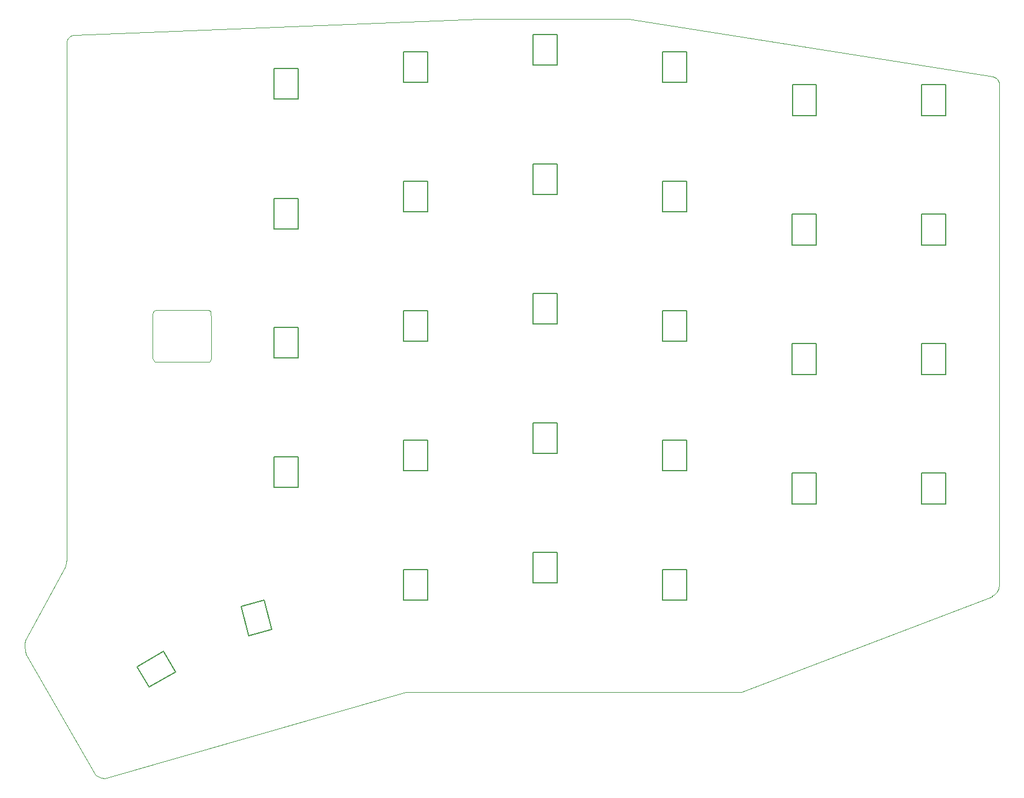
<source format=gm1>
G04 #@! TF.GenerationSoftware,KiCad,Pcbnew,8.99.0-3407-g6a48e2c35a*
G04 #@! TF.CreationDate,2025-03-01T14:59:17+00:00*
G04 #@! TF.ProjectId,DragonBoard,44726167-6f6e-4426-9f61-72642e6b6963,rev?*
G04 #@! TF.SameCoordinates,Original*
G04 #@! TF.FileFunction,Profile,NP*
%FSLAX46Y46*%
G04 Gerber Fmt 4.6, Leading zero omitted, Abs format (unit mm)*
G04 Created by KiCad (PCBNEW 8.99.0-3407-g6a48e2c35a) date 2025-03-01 14:59:17*
%MOMM*%
%LPD*%
G01*
G04 APERTURE LIST*
G04 #@! TA.AperFunction,Profile*
%ADD10C,0.100000*%
G04 #@! TD*
G04 #@! TA.AperFunction,Profile*
%ADD11C,0.150000*%
G04 #@! TD*
G04 APERTURE END LIST*
D10*
X89193680Y-37348815D02*
X89425853Y-37325405D01*
X88977436Y-37415945D02*
X89193680Y-37348815D01*
X88200000Y-115050000D02*
X88000000Y-115650000D01*
X82100000Y-126900000D02*
X82200000Y-126400000D01*
X88275257Y-114400000D02*
X88200000Y-115050000D01*
X88470590Y-37833327D02*
X88611259Y-37662831D01*
X88273857Y-38477435D02*
X88297257Y-38245261D01*
X88364377Y-38029014D02*
X88470590Y-37833327D01*
X82200000Y-126400000D02*
X88000000Y-115650000D01*
X88781752Y-37522160D02*
X88977436Y-37415945D01*
X88611259Y-37662831D02*
X88781752Y-37522160D01*
X88297257Y-38245261D02*
X88364377Y-38029014D01*
X225283881Y-43997807D02*
X225370281Y-44178672D01*
X92550000Y-146200000D02*
X82300000Y-128400000D01*
X170950000Y-35000000D02*
X224475441Y-43445146D01*
X225424381Y-44374571D02*
X225443181Y-44581902D01*
X225370281Y-44178672D02*
X225424381Y-44374571D01*
X224677111Y-43496776D02*
X224861871Y-43581466D01*
X224475441Y-43445146D02*
X224677111Y-43496776D01*
X92550000Y-146200000D02*
X92900000Y-146500000D01*
X138154128Y-134000000D02*
X187500000Y-134000000D01*
X82300000Y-128400000D02*
X82150000Y-127900000D01*
X82100000Y-127300000D02*
X82100000Y-126900000D01*
X93350000Y-146650000D02*
X93900000Y-146750000D01*
X82150000Y-127900000D02*
X82100000Y-127300000D01*
X92900000Y-146500000D02*
X93350000Y-146650000D01*
X224386395Y-119928646D02*
X187500000Y-134000000D01*
X225168321Y-43835582D02*
X225283881Y-43997807D01*
X224861871Y-43581466D02*
X225026621Y-43695600D01*
X149000000Y-35000000D02*
X170950000Y-35000000D01*
X225026621Y-43695600D02*
X225168321Y-43835582D01*
X138154128Y-134000000D02*
X93900000Y-146750000D01*
X225443181Y-44581902D02*
X225470181Y-118350000D01*
X109439120Y-78002640D02*
X109139120Y-77802640D01*
D11*
X122300000Y-103900000D02*
X118800000Y-103900000D01*
X214050000Y-49150000D02*
X214050000Y-44650000D01*
X160400000Y-117949999D02*
X156900000Y-117949999D01*
X175950000Y-63302640D02*
X175950000Y-58802640D01*
D10*
X109439120Y-85202640D02*
X109539120Y-84902640D01*
D11*
X175950000Y-120449999D02*
X175950000Y-115949999D01*
X122300000Y-80350000D02*
X122300000Y-84850000D01*
X175950000Y-115949999D02*
X179450000Y-115949999D01*
X179450000Y-63302640D02*
X175950000Y-63302640D01*
X122300000Y-61350000D02*
X122300000Y-65850000D01*
D10*
X225470181Y-118350000D02*
G75*
G02*
X224386374Y-119928595I-1750381J40400D01*
G01*
D11*
X117284523Y-120461140D02*
X118449209Y-124807806D01*
X175950000Y-82350000D02*
X175950000Y-77850000D01*
X137850000Y-77850000D02*
X141350000Y-77850000D01*
X195000000Y-87250000D02*
X195000000Y-82750000D01*
X160400003Y-41749999D02*
X156900003Y-41749999D01*
X195000000Y-82750000D02*
X198500000Y-82750000D01*
X175950000Y-96900000D02*
X179450000Y-96900000D01*
X156900000Y-60800000D02*
X156900000Y-56300000D01*
X156900003Y-41749999D02*
X156900003Y-37249999D01*
X118800000Y-84850000D02*
X118800000Y-80350000D01*
X217550000Y-49150000D02*
X214050000Y-49150000D01*
X175950000Y-77850000D02*
X179450000Y-77850000D01*
D10*
X101039120Y-78002640D02*
X100998835Y-78163780D01*
X109239120Y-85402640D02*
X109439120Y-85202640D01*
D11*
X198500000Y-63700000D02*
X198500000Y-68200000D01*
D10*
X101039120Y-85202640D02*
X101239120Y-85402640D01*
X88275257Y-114400000D02*
X88273857Y-38477435D01*
D11*
X141350000Y-101399999D02*
X137850000Y-101399999D01*
X160400000Y-75350000D02*
X160400000Y-79850000D01*
X195009491Y-44650000D02*
X198509491Y-44650000D01*
X137850004Y-44249999D02*
X137850004Y-39749999D01*
X122300000Y-84850000D02*
X118800000Y-84850000D01*
X179450000Y-101400000D02*
X175950000Y-101400000D01*
X195000000Y-63700000D02*
X198500000Y-63700000D01*
X137850000Y-101399999D02*
X137850000Y-96899999D01*
X217550000Y-101800000D02*
X217550000Y-106300000D01*
D10*
X109139120Y-77802640D02*
X101339120Y-77802640D01*
D11*
X175950000Y-101400000D02*
X175950000Y-96900000D01*
X115068469Y-125713673D02*
X113903783Y-121367006D01*
D10*
X100939120Y-78648851D02*
X100939120Y-84902640D01*
D11*
X156900000Y-79850000D02*
X156900000Y-75350000D01*
X214050000Y-87249999D02*
X214050000Y-82749999D01*
X100400786Y-133293184D02*
X98650788Y-130262095D01*
X122300000Y-65850000D02*
X118800000Y-65850000D01*
X137850000Y-115950000D02*
X141350000Y-115950000D01*
X118800000Y-46749996D02*
X118800000Y-42249996D01*
X198500000Y-101800000D02*
X198500000Y-106300000D01*
X217550000Y-106300000D02*
X214050000Y-106300000D01*
X141350000Y-77850000D02*
X141350000Y-82350000D01*
X214050000Y-63699999D02*
X217550000Y-63699999D01*
X198509491Y-49150000D02*
X195009491Y-49150000D01*
X160400000Y-113449999D02*
X160400000Y-117949999D01*
X104297901Y-131043184D02*
X100400786Y-133293184D01*
X122300000Y-42249996D02*
X122300000Y-46749996D01*
X141350000Y-58800000D02*
X141350000Y-63300000D01*
X137850000Y-58800000D02*
X141350000Y-58800000D01*
X98650788Y-130262095D02*
X102547901Y-128012096D01*
X214050000Y-106300000D02*
X214050000Y-101800000D01*
X141350004Y-39749999D02*
X141350004Y-44249999D01*
D10*
X101339120Y-77802640D02*
X101039120Y-78002640D01*
D11*
X137850004Y-39749999D02*
X141350004Y-39749999D01*
X160400000Y-94400000D02*
X160400000Y-98900000D01*
D10*
X109539120Y-84902640D02*
X109539120Y-78648851D01*
D11*
X141350000Y-63300000D02*
X137850000Y-63300000D01*
X156900000Y-56300000D02*
X160400000Y-56300000D01*
X214050000Y-101800000D02*
X217550000Y-101800000D01*
X175950000Y-58802640D02*
X179450000Y-58802640D01*
D10*
X149000000Y-35000000D02*
X89425853Y-37325405D01*
D11*
X156900003Y-37249999D02*
X160400003Y-37249999D01*
X118800000Y-99400000D02*
X122300000Y-99400000D01*
X137850000Y-120450000D02*
X137850000Y-115950000D01*
X214050000Y-82749999D02*
X217550000Y-82749999D01*
X137850000Y-96899999D02*
X141350000Y-96899999D01*
X198509491Y-44650000D02*
X198509491Y-49150000D01*
X160400000Y-56300000D02*
X160400000Y-60800000D01*
X217550000Y-87249999D02*
X214050000Y-87249999D01*
X118800000Y-65850000D02*
X118800000Y-61350000D01*
X198500000Y-87250000D02*
X195000000Y-87250000D01*
X141350000Y-115950000D02*
X141350000Y-120450000D01*
X141350000Y-82350000D02*
X137850000Y-82350000D01*
X179450000Y-82350000D02*
X175950000Y-82350000D01*
D10*
X101239120Y-85402640D02*
X109239120Y-85402640D01*
D11*
X118800000Y-103900000D02*
X118800000Y-99400000D01*
X217550000Y-63699999D02*
X217550000Y-68199999D01*
X122300000Y-46749996D02*
X118800000Y-46749996D01*
D10*
X100939120Y-84902640D02*
X101039120Y-85202640D01*
D11*
X141350000Y-120450000D02*
X137850000Y-120450000D01*
X195000000Y-106300000D02*
X195000000Y-101800000D01*
X156900000Y-117949999D02*
X156900000Y-113449999D01*
X141350004Y-44249999D02*
X137850004Y-44249999D01*
X195009491Y-49150000D02*
X195009491Y-44650000D01*
X137850000Y-82350000D02*
X137850000Y-77850000D01*
D10*
X109479405Y-78163780D02*
X109439120Y-78002640D01*
D11*
X102547901Y-128012096D02*
X104297901Y-131043184D01*
X160400000Y-60800000D02*
X156900000Y-60800000D01*
X195000000Y-101800000D02*
X198500000Y-101800000D01*
X118800000Y-42249996D02*
X122300000Y-42249996D01*
X179450000Y-44250000D02*
X175950000Y-44250000D01*
X118800000Y-61350000D02*
X122300000Y-61350000D01*
X113903783Y-121367006D02*
X117284523Y-120461140D01*
X137850000Y-63300000D02*
X137850000Y-58800000D01*
X118800000Y-80350000D02*
X122300000Y-80350000D01*
X160400000Y-79850000D02*
X156900000Y-79850000D01*
D10*
X109479405Y-78163780D02*
G75*
G02*
X109539131Y-78648851I-1939505J-485020D01*
G01*
D11*
X141350000Y-96899999D02*
X141350000Y-101399999D01*
X214050000Y-68199999D02*
X214050000Y-63699999D01*
X160400003Y-37249999D02*
X160400003Y-41749999D01*
X179450000Y-96900000D02*
X179450000Y-101400000D01*
X175950000Y-39750000D02*
X179450000Y-39750000D01*
X198500000Y-106300000D02*
X195000000Y-106300000D01*
X156900000Y-113449999D02*
X160400000Y-113449999D01*
X217550000Y-44650000D02*
X217550000Y-49150000D01*
X122300000Y-99400000D02*
X122300000Y-103900000D01*
X179450000Y-120449999D02*
X175950000Y-120449999D01*
X179450000Y-77850000D02*
X179450000Y-82350000D01*
X156900000Y-75350000D02*
X160400000Y-75350000D01*
X195000000Y-68200000D02*
X195000000Y-63700000D01*
X217550000Y-68199999D02*
X214050000Y-68199999D01*
X198500000Y-82750000D02*
X198500000Y-87250000D01*
X156900000Y-94400000D02*
X160400000Y-94400000D01*
X214050000Y-44650000D02*
X217550000Y-44650000D01*
X179450000Y-39750000D02*
X179450000Y-44250000D01*
X198500000Y-68200000D02*
X195000000Y-68200000D01*
X160400000Y-98900000D02*
X156900000Y-98900000D01*
X175950000Y-44250000D02*
X175950000Y-39750000D01*
X156900000Y-98900000D02*
X156900000Y-94400000D01*
D10*
X100939120Y-78648851D02*
G75*
G02*
X100998847Y-78163783I2000780J-149D01*
G01*
D11*
X179450000Y-115949999D02*
X179450000Y-120449999D01*
X217550000Y-82749999D02*
X217550000Y-87249999D01*
X179450000Y-58802640D02*
X179450000Y-63302640D01*
X118449209Y-124807806D02*
X115068469Y-125713673D01*
M02*

</source>
